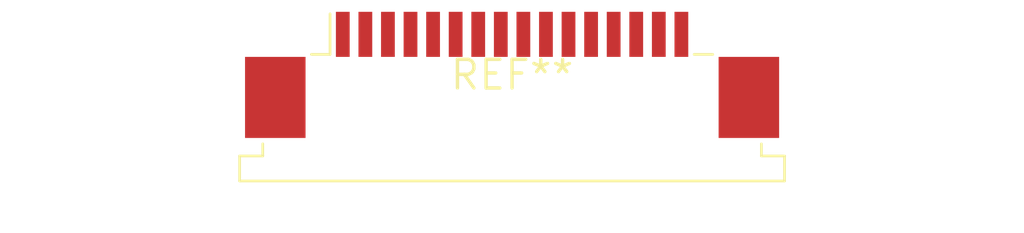
<source format=kicad_pcb>
(kicad_pcb (version 20240108) (generator pcbnew)
  (layers (0 "F.Cu" signal) (31 "B.Cu" signal) (34 "B.Paste" user) (35 "F.Paste" user) (36 "B.SilkS" user "B.Silkscreen") (37 "F.SilkS" user "F.Silkscreen") (38 "B.Mask" user) (39 "F.Mask" user) (44 "Edge.Cuts" user))
  (net 0 "")
  (footprint "TE_1-84952-6_1x16-1MP_P1.0mm_Horizontal" (layer "F.Cu") (at 0 0)
    (property "Reference" "REF**")
    (property "Value" "TE_1-84952-6_1x16-1MP_P1.0mm_Horizontal")
    (fp_line (start -12.07 3.6) (end -11.045 3.6) (layer "F.SilkS") (stroke (width 0.12)))
    (fp_line (start -12.07 4.71) (end -12.07 3.6) (layer "F.SilkS") (stroke (width 0.12)))
    (fp_line (start -11.045 3.6) (end -11.045 3.06) (layer "F.SilkS") (stroke (width 0.12)))
    (fp_line (start -8.89 -0.91) (end -8.065 -0.91) (layer "F.SilkS") (stroke (width 0.12)))
    (fp_line (start -8.065 -0.91) (end -8.065 -2.71) (layer "F.SilkS") (stroke (width 0.12)))
    (fp_line (start 8.065 -0.91) (end 8.89 -0.91) (layer "F.SilkS") (stroke (width 0.12)))
    (fp_line (start 11.045 3.06) (end 11.045 3.6) (layer "F.SilkS") (stroke (width 0.12)))
    (fp_line (start 11.045 3.6) (end 12.07 3.6) (layer "F.SilkS") (stroke (width 0.12)))
    (fp_line (start 12.07 3.6) (end 12.07 4.71) (layer "F.SilkS") (stroke (width 0.12)))
    (fp_line (start 12.07 4.71) (end -12.07 4.71) (layer "F.SilkS") (stroke (width 0.12)))
    (pad "1" smd rect (at -7.5 -1.8) (size 0.61 2) (layers "F.Cu" "F.Paste" "F.Mask"))
    (pad "2" smd rect (at -6.5 -1.8) (size 0.61 2) (layers "F.Cu" "F.Paste" "F.Mask"))
    (pad "3" smd rect (at -5.5 -1.8) (size 0.61 2) (layers "F.Cu" "F.Paste" "F.Mask"))
    (pad "4" smd rect (at -4.5 -1.8) (size 0.61 2) (layers "F.Cu" "F.Paste" "F.Mask"))
    (pad "5" smd rect (at -3.5 -1.8) (size 0.61 2) (layers "F.Cu" "F.Paste" "F.Mask"))
    (pad "6" smd rect (at -2.5 -1.8) (size 0.61 2) (layers "F.Cu" "F.Paste" "F.Mask"))
    (pad "7" smd rect (at -1.5 -1.8) (size 0.61 2) (layers "F.Cu" "F.Paste" "F.Mask"))
    (pad "8" smd rect (at -0.5 -1.8) (size 0.61 2) (layers "F.Cu" "F.Paste" "F.Mask"))
    (pad "9" smd rect (at 0.5 -1.8) (size 0.61 2) (layers "F.Cu" "F.Paste" "F.Mask"))
    (pad "10" smd rect (at 1.5 -1.8) (size 0.61 2) (layers "F.Cu" "F.Paste" "F.Mask"))
    (pad "11" smd rect (at 2.5 -1.8) (size 0.61 2) (layers "F.Cu" "F.Paste" "F.Mask"))
    (pad "12" smd rect (at 3.5 -1.8) (size 0.61 2) (layers "F.Cu" "F.Paste" "F.Mask"))
    (pad "13" smd rect (at 4.5 -1.8) (size 0.61 2) (layers "F.Cu" "F.Paste" "F.Mask"))
    (pad "14" smd rect (at 5.5 -1.8) (size 0.61 2) (layers "F.Cu" "F.Paste" "F.Mask"))
    (pad "15" smd rect (at 6.5 -1.8) (size 0.61 2) (layers "F.Cu" "F.Paste" "F.Mask"))
    (pad "16" smd rect (at 7.5 -1.8) (size 0.61 2) (layers "F.Cu" "F.Paste" "F.Mask"))
    (pad "MP" smd rect (at -10.49 1) (size 2.68 3.6) (layers "F.Cu" "F.Paste" "F.Mask"))
    (pad "MP" smd rect (at 10.49 1) (size 2.68 3.6) (layers "F.Cu" "F.Paste" "F.Mask"))
  )
)
</source>
